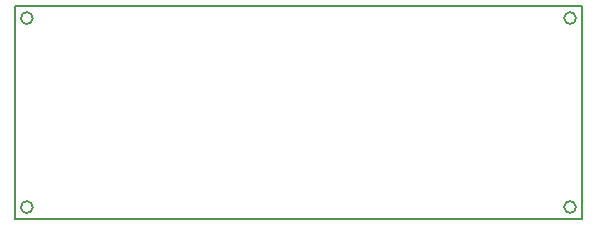
<source format=gbp>
%FSLAX25Y25*%
%MOIN*%
G70*
G01*
G75*
G04 Layer_Color=128*
%ADD10R,0.02756X0.03347*%
%ADD11O,0.08661X0.02362*%
%ADD12R,0.05118X0.03937*%
%ADD13R,0.02362X0.02362*%
%ADD14R,0.03347X0.02756*%
%ADD15R,0.01800X0.01200*%
%ADD16R,0.03400X0.01200*%
%ADD17R,0.01200X0.03400*%
%ADD18R,0.10236X0.10236*%
%ADD19R,0.07480X0.05512*%
%ADD20R,0.05315X0.01654*%
%ADD21R,0.02362X0.02362*%
%ADD22C,0.01000*%
%ADD23C,0.02000*%
%ADD24C,0.03000*%
%ADD25C,0.00800*%
%ADD26R,0.11500X0.04000*%
%ADD27R,0.07000X0.01500*%
%ADD28C,0.00500*%
%ADD29R,0.05906X0.05906*%
%ADD30C,0.05906*%
%ADD31R,0.05906X0.05906*%
%ADD32C,0.03228*%
%ADD33C,0.02000*%
%ADD34C,0.03000*%
%ADD35C,0.00984*%
%ADD36C,0.02362*%
%ADD37C,0.00600*%
%ADD38C,0.00787*%
%ADD39R,0.03556X0.04147*%
%ADD40O,0.09461X0.03162*%
%ADD41R,0.05918X0.04737*%
%ADD42R,0.03162X0.03162*%
%ADD43R,0.04147X0.03556*%
%ADD44R,0.02600X0.02000*%
%ADD45R,0.04400X0.02200*%
%ADD46R,0.02200X0.04400*%
%ADD47R,0.11236X0.11236*%
%ADD48R,0.08280X0.06312*%
%ADD49R,0.06115X0.02454*%
%ADD50R,0.03162X0.03162*%
%ADD51R,0.06706X0.06706*%
%ADD52C,0.06706*%
%ADD53R,0.06706X0.06706*%
%ADD54C,0.04028*%
D28*
X181008Y54063D02*
G03*
X181008Y54063I-1969J0D01*
G01*
Y-8929D02*
G03*
X181008Y-8929I-1969J0D01*
G01*
X-94D02*
G03*
X-94Y-8929I-1969J0D01*
G01*
Y54063D02*
G03*
X-94Y54063I-1969J0D01*
G01*
X-6000Y-12866D02*
X182976D01*
Y58000D01*
X-6000D02*
X182976D01*
X-6000Y-12866D02*
Y58000D01*
M02*

</source>
